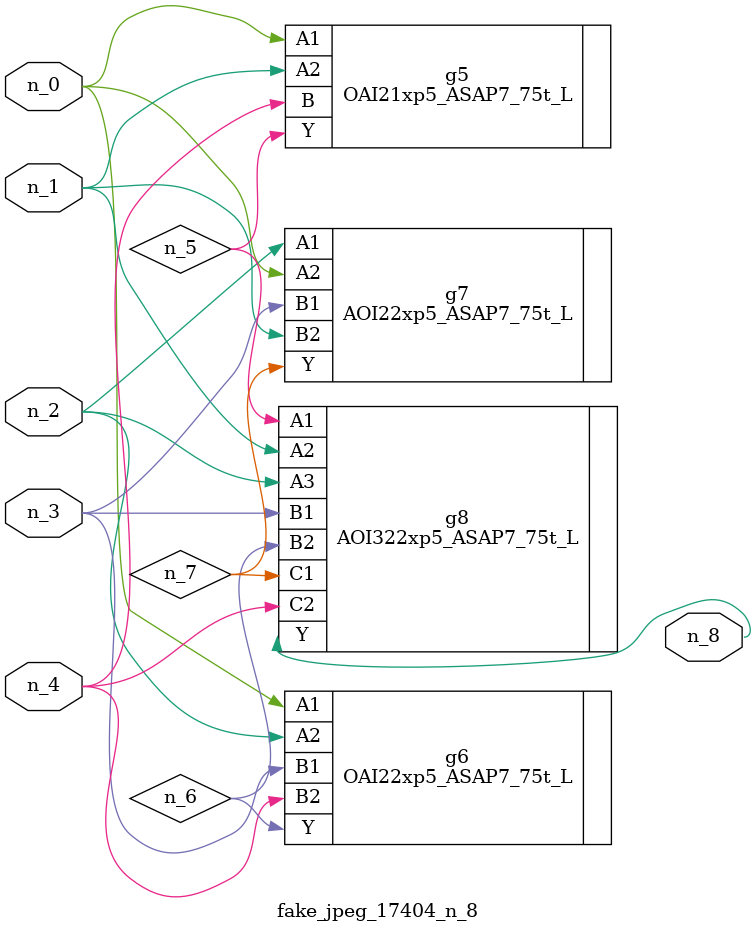
<source format=v>
module fake_jpeg_17404_n_8 (n_3, n_2, n_1, n_0, n_4, n_8);

input n_3;
input n_2;
input n_1;
input n_0;
input n_4;

output n_8;

wire n_6;
wire n_5;
wire n_7;

OAI21xp5_ASAP7_75t_L g5 ( 
.A1(n_0),
.A2(n_1),
.B(n_4),
.Y(n_5)
);

OAI22xp5_ASAP7_75t_L g6 ( 
.A1(n_0),
.A2(n_2),
.B1(n_3),
.B2(n_4),
.Y(n_6)
);

AOI22xp5_ASAP7_75t_L g7 ( 
.A1(n_2),
.A2(n_0),
.B1(n_3),
.B2(n_1),
.Y(n_7)
);

AOI322xp5_ASAP7_75t_L g8 ( 
.A1(n_5),
.A2(n_1),
.A3(n_2),
.B1(n_3),
.B2(n_6),
.C1(n_7),
.C2(n_4),
.Y(n_8)
);


endmodule
</source>
